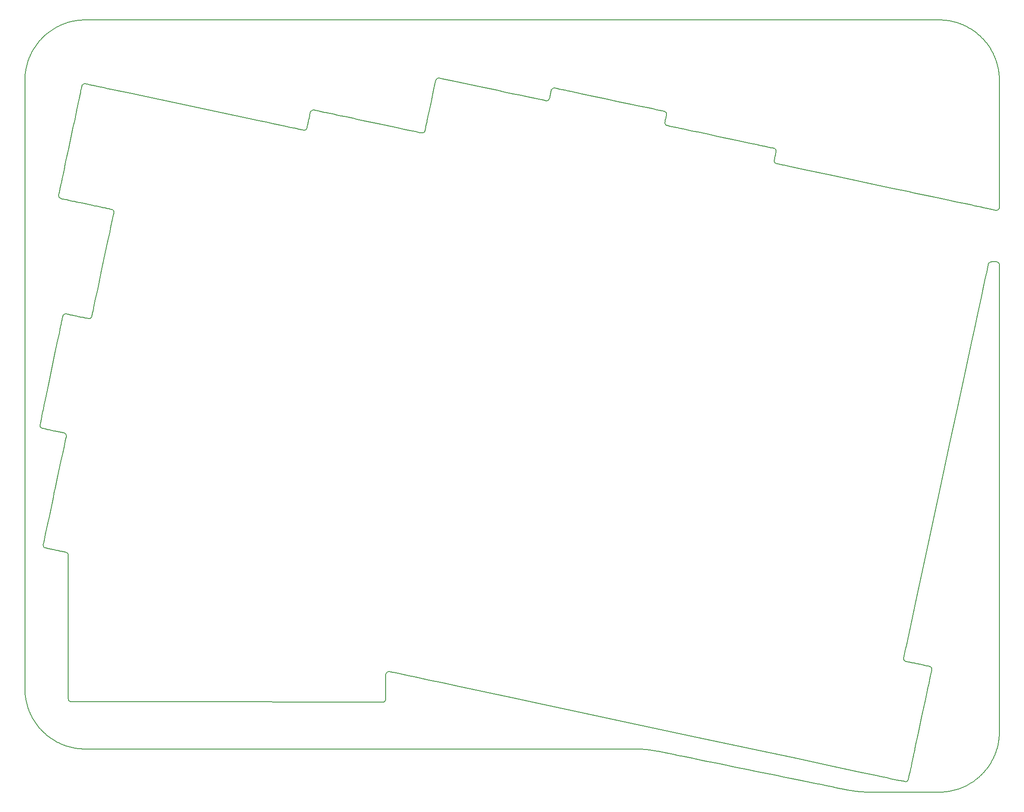
<source format=gbr>
G04 #@! TF.GenerationSoftware,KiCad,Pcbnew,(5.1.5-0-10_14)*
G04 #@! TF.CreationDate,2020-04-18T19:29:34+09:00*
G04 #@! TF.ProjectId,colice_left_topFrame,636f6c69-6365-45f6-9c65-66745f746f70,rev?*
G04 #@! TF.SameCoordinates,Original*
G04 #@! TF.FileFunction,Profile,NP*
%FSLAX46Y46*%
G04 Gerber Fmt 4.6, Leading zero omitted, Abs format (unit mm)*
G04 Created by KiCad (PCBNEW (5.1.5-0-10_14)) date 2020-04-18 19:29:34*
%MOMM*%
%LPD*%
G04 APERTURE LIST*
%ADD10C,0.200000*%
G04 APERTURE END LIST*
D10*
X205105000Y-61488627D02*
X205105000Y-153234161D01*
X138181075Y-157071266D02*
X138002911Y-157035611D01*
X138002911Y-157035611D02*
X137831378Y-157002628D01*
X137831378Y-157002628D02*
X137660780Y-156971125D01*
X137660780Y-156971125D02*
X137489979Y-156940877D01*
X137489979Y-156940877D02*
X137315539Y-156911315D01*
X137315539Y-156911315D02*
X137143199Y-156883425D01*
X137143199Y-156883425D02*
X136966077Y-156856117D01*
X136966077Y-156856117D02*
X136789918Y-156830316D01*
X136789918Y-156830316D02*
X136608972Y-156805220D01*
X136608972Y-156805220D02*
X136415157Y-156779920D01*
X136415157Y-156779920D02*
X136235008Y-156757857D01*
X136235008Y-156757857D02*
X136043142Y-156735900D01*
X136043142Y-156735900D02*
X135861524Y-156716574D01*
X135861524Y-156716574D02*
X135675127Y-156698213D01*
X135675127Y-156698213D02*
X135487433Y-156681223D01*
X135487433Y-156681223D02*
X135301923Y-156665911D01*
X135301923Y-156665911D02*
X135107008Y-156651402D01*
X135107008Y-156651402D02*
X134911968Y-156638502D01*
X134911968Y-156638502D02*
X134719140Y-156627335D01*
X134719140Y-156627335D02*
X134527373Y-156617796D01*
X134527373Y-156617796D02*
X134325046Y-156609418D01*
X134325046Y-156609418D02*
X134130775Y-156603005D01*
X134130775Y-156603005D02*
X133925958Y-156597970D01*
X133925958Y-156597970D02*
X133721071Y-156594707D01*
X133721071Y-156594707D02*
X133516127Y-156593218D01*
X133516127Y-156593218D02*
X133446251Y-156593116D01*
X117837405Y-26757595D02*
X117646415Y-26748384D01*
X117646415Y-26748384D02*
X117485702Y-26790493D01*
X117485702Y-26790493D02*
X117358126Y-26863737D01*
X117358126Y-26863737D02*
X117255500Y-26962263D01*
X117255500Y-26962263D02*
X117178051Y-27085426D01*
X117178051Y-27085426D02*
X117135218Y-27213498D01*
X139301565Y-31319758D02*
X138783199Y-31209586D01*
X138783199Y-31209586D02*
X138355233Y-31118625D01*
X138355233Y-31118625D02*
X137868035Y-31015074D01*
X137868035Y-31015074D02*
X137041808Y-30839462D01*
X137041808Y-30839462D02*
X135764667Y-30568005D01*
X135764667Y-30568005D02*
X134329571Y-30262973D01*
X134329571Y-30262973D02*
X132771620Y-29931827D01*
X132771620Y-29931827D02*
X130285512Y-29403398D01*
X130285512Y-29403398D02*
X127711645Y-28856313D01*
X127711645Y-28856313D02*
X126013277Y-28495321D01*
X126013277Y-28495321D02*
X124774600Y-28232038D01*
X124774600Y-28232038D02*
X123971483Y-28061335D01*
X123971483Y-28061335D02*
X123192497Y-27895762D01*
X123192497Y-27895762D02*
X122442029Y-27736252D01*
X122442029Y-27736252D02*
X121724467Y-27583736D01*
X121724467Y-27583736D02*
X121044197Y-27439147D01*
X121044197Y-27439147D02*
X120405608Y-27303419D01*
X120405608Y-27303419D02*
X119813087Y-27177484D01*
X119813087Y-27177484D02*
X119271022Y-27062275D01*
X119271022Y-27062275D02*
X118783800Y-26958724D01*
X118783800Y-26958724D02*
X118458968Y-26889688D01*
X118458968Y-26889688D02*
X118260603Y-26847530D01*
X118260603Y-26847530D02*
X118078417Y-26808812D01*
X118078417Y-26808812D02*
X117874816Y-26765544D01*
X117874816Y-26765544D02*
X117837405Y-26757595D01*
X139757783Y-32021942D02*
X139766876Y-31830278D01*
X139766876Y-31830278D02*
X139725119Y-31671061D01*
X139725119Y-31671061D02*
X139651990Y-31543375D01*
X139651990Y-31543375D02*
X139553552Y-31440606D01*
X139553552Y-31440606D02*
X139430479Y-31362981D01*
X139430479Y-31362981D02*
X139301565Y-31319758D01*
X201636368Y-16847424D02*
X201757381Y-16970210D01*
X201757381Y-16970210D02*
X201855939Y-17072902D01*
X201855939Y-17072902D02*
X201953145Y-17176649D01*
X201953145Y-17176649D02*
X202058199Y-17291637D01*
X202058199Y-17291637D02*
X202164629Y-17411299D01*
X202164629Y-17411299D02*
X202259668Y-17520967D01*
X202259668Y-17520967D02*
X202351803Y-17629930D01*
X202351803Y-17629930D02*
X202444695Y-17742546D01*
X202444695Y-17742546D02*
X202536108Y-17856194D01*
X202536108Y-17856194D02*
X202626039Y-17970864D01*
X202626039Y-17970864D02*
X202714480Y-18086536D01*
X202714480Y-18086536D02*
X202801425Y-18203195D01*
X202801425Y-18203195D02*
X202888851Y-18323598D01*
X202888851Y-18323598D02*
X202972749Y-18442213D01*
X202972749Y-18442213D02*
X203055768Y-18562709D01*
X203055768Y-18562709D02*
X203136619Y-18683202D01*
X203136619Y-18683202D02*
X203218393Y-18808412D01*
X203218393Y-18808412D02*
X203300940Y-18938417D01*
X203300940Y-18938417D02*
X203379396Y-19065549D01*
X203379396Y-19065549D02*
X203456206Y-19193602D01*
X203456206Y-19193602D02*
X203533049Y-19325498D01*
X203533049Y-19325498D02*
X203609260Y-19460296D01*
X203609260Y-19460296D02*
X203683138Y-19595036D01*
X203683138Y-19595036D02*
X203752619Y-19725676D01*
X203752619Y-19725676D02*
X203821469Y-19859153D01*
X203821469Y-19859153D02*
X203890100Y-19996501D01*
X203890100Y-19996501D02*
X203956931Y-20134700D01*
X203956931Y-20134700D02*
X204029487Y-20290142D01*
X204029487Y-20290142D02*
X204092484Y-20430082D01*
X204092484Y-20430082D02*
X204153658Y-20570815D01*
X204153658Y-20570815D02*
X204214721Y-20716499D01*
X204214721Y-20716499D02*
X204272587Y-20859836D01*
X204272587Y-20859836D02*
X204330993Y-21010252D01*
X204330993Y-21010252D02*
X204386189Y-21158284D01*
X204386189Y-21158284D02*
X204439410Y-21307057D01*
X204439410Y-21307057D02*
X204490652Y-21456554D01*
X204490652Y-21456554D02*
X204542660Y-21615357D01*
X204542660Y-21615357D02*
X204593425Y-21778168D01*
X204593425Y-21778168D02*
X204639971Y-21935228D01*
X204639971Y-21935228D02*
X204685254Y-22096248D01*
X204685254Y-22096248D02*
X204728275Y-22257962D01*
X204728275Y-22257962D02*
X204772230Y-22433537D01*
X204772230Y-22433537D02*
X204811519Y-22601032D01*
X204811519Y-22601032D02*
X204848155Y-22768070D01*
X204848155Y-22768070D02*
X204884359Y-22945740D01*
X204884359Y-22945740D02*
X204916456Y-23116262D01*
X204916456Y-23116262D02*
X204946624Y-23290728D01*
X204946624Y-23290728D02*
X204974877Y-23470268D01*
X204974877Y-23470268D02*
X204999783Y-23645873D01*
X204999783Y-23645873D02*
X205022616Y-23826530D01*
X205022616Y-23826530D02*
X205042687Y-24007709D01*
X205042687Y-24007709D02*
X205060379Y-24193925D01*
X205060379Y-24193925D02*
X205075467Y-24385182D01*
X205075467Y-24385182D02*
X205087468Y-24576915D01*
X205087468Y-24576915D02*
X205096368Y-24769088D01*
X205096368Y-24769088D02*
X205102254Y-24966257D01*
X205102254Y-24966257D02*
X205104858Y-25163812D01*
X205104858Y-25163812D02*
X205105000Y-25221312D01*
X193262456Y-13378802D02*
X193471595Y-13380643D01*
X193471595Y-13380643D02*
X193673440Y-13385923D01*
X193673440Y-13385923D02*
X193865704Y-13394158D01*
X193865704Y-13394158D02*
X194057531Y-13405494D01*
X194057531Y-13405494D02*
X194262547Y-13421071D01*
X194262547Y-13421071D02*
X194448836Y-13438337D01*
X194448836Y-13438337D02*
X194630088Y-13457989D01*
X194630088Y-13457989D02*
X194810824Y-13480408D01*
X194810824Y-13480408D02*
X194986515Y-13504916D01*
X194986515Y-13504916D02*
X195161661Y-13532028D01*
X195161661Y-13532028D02*
X195336232Y-13561733D01*
X195336232Y-13561733D02*
X195510203Y-13594020D01*
X195510203Y-13594020D02*
X195679107Y-13627950D01*
X195679107Y-13627950D02*
X195856228Y-13666291D01*
X195856228Y-13666291D02*
X196023827Y-13705197D01*
X196023827Y-13705197D02*
X196190752Y-13746511D01*
X196190752Y-13746511D02*
X196352610Y-13789042D01*
X196352610Y-13789042D02*
X196535510Y-13840065D01*
X196535510Y-13840065D02*
X196703443Y-13889713D01*
X196703443Y-13889713D02*
X196859805Y-13938382D01*
X196859805Y-13938382D02*
X197014370Y-13988837D01*
X197014370Y-13988837D02*
X197163926Y-14039911D01*
X197163926Y-14039911D02*
X197317006Y-14094508D01*
X197317006Y-14094508D02*
X197469299Y-14151192D01*
X197469299Y-14151192D02*
X197619737Y-14209542D01*
X197619737Y-14209542D02*
X197763099Y-14267357D01*
X197763099Y-14267357D02*
X197904654Y-14326592D01*
X197904654Y-14326592D02*
X198045435Y-14387658D01*
X198045435Y-14387658D02*
X198184395Y-14450076D01*
X198184395Y-14450076D02*
X198324600Y-14515253D01*
X198324600Y-14515253D02*
X198462944Y-14581764D01*
X198462944Y-14581764D02*
X198600443Y-14650078D01*
X198600443Y-14650078D02*
X198733071Y-14718096D01*
X198733071Y-14718096D02*
X198864867Y-14787796D01*
X198864867Y-14787796D02*
X199003721Y-14863551D01*
X199003721Y-14863551D02*
X199133749Y-14936696D01*
X199133749Y-14936696D02*
X199266793Y-15013795D01*
X199266793Y-15013795D02*
X199395010Y-15090304D01*
X199395010Y-15090304D02*
X199522312Y-15168462D01*
X199522312Y-15168462D02*
X199648680Y-15248258D01*
X199648680Y-15248258D02*
X199770311Y-15327197D01*
X199770311Y-15327197D02*
X199891973Y-15408299D01*
X199891973Y-15408299D02*
X200011765Y-15490301D01*
X200011765Y-15490301D02*
X200129692Y-15573162D01*
X200129692Y-15573162D02*
X200247597Y-15658179D01*
X200247597Y-15658179D02*
X200371809Y-15750158D01*
X200371809Y-15750158D02*
X200487699Y-15838271D01*
X200487699Y-15838271D02*
X200602589Y-15927875D01*
X200602589Y-15927875D02*
X200713805Y-16016816D01*
X200713805Y-16016816D02*
X200831938Y-16113724D01*
X200831938Y-16113724D02*
X200943709Y-16207798D01*
X200943709Y-16207798D02*
X201051839Y-16301084D01*
X201051839Y-16301084D02*
X201158090Y-16394999D01*
X201158090Y-16394999D02*
X201269223Y-16495698D01*
X201269223Y-16495698D02*
X201374188Y-16593199D01*
X201374188Y-16593199D02*
X201477257Y-16691276D01*
X201477257Y-16691276D02*
X201579259Y-16790701D01*
X201579259Y-16790701D02*
X201636368Y-16847424D01*
X25670484Y-13378802D02*
X193262456Y-13378802D01*
X17296572Y-16847424D02*
X17409464Y-16736011D01*
X17409464Y-16736011D02*
X17512039Y-16637325D01*
X17512039Y-16637325D02*
X17615674Y-16539988D01*
X17615674Y-16539988D02*
X17730540Y-16434788D01*
X17730540Y-16434788D02*
X17836349Y-16340301D01*
X17836349Y-16340301D02*
X17950103Y-16241221D01*
X17950103Y-16241221D02*
X18061496Y-16146631D01*
X18061496Y-16146631D02*
X18173059Y-16054229D01*
X18173059Y-16054229D02*
X18283860Y-15964703D01*
X18283860Y-15964703D02*
X18398331Y-15874495D01*
X18398331Y-15874495D02*
X18513811Y-15785774D01*
X18513811Y-15785774D02*
X18630284Y-15698549D01*
X18630284Y-15698549D02*
X18747732Y-15612826D01*
X18747732Y-15612826D02*
X18869857Y-15526002D01*
X18869857Y-15526002D02*
X18992988Y-15440789D01*
X18992988Y-15440789D02*
X19114279Y-15359076D01*
X19114279Y-15359076D02*
X19238401Y-15277679D01*
X19238401Y-15277679D02*
X19360589Y-15199701D01*
X19360589Y-15199701D02*
X19484625Y-15122671D01*
X19484625Y-15122671D02*
X19611492Y-15046051D01*
X19611492Y-15046051D02*
X19744143Y-14968230D01*
X19744143Y-14968230D02*
X19877742Y-14892166D01*
X19877742Y-14892166D02*
X20008298Y-14820033D01*
X20008298Y-14820033D02*
X20143707Y-14747462D01*
X20143707Y-14747462D02*
X20284028Y-14674616D01*
X20284028Y-14674616D02*
X20417177Y-14607673D01*
X20417177Y-14607673D02*
X20555205Y-14540470D01*
X20555205Y-14540470D02*
X20694068Y-14475072D01*
X20694068Y-14475072D02*
X20837873Y-14409645D01*
X20837873Y-14409645D02*
X20978378Y-14347935D01*
X20978378Y-14347935D02*
X21119667Y-14288053D01*
X21119667Y-14288053D02*
X21261717Y-14230005D01*
X21261717Y-14230005D02*
X21408725Y-14172175D01*
X21408725Y-14172175D02*
X21556501Y-14116305D01*
X21556501Y-14116305D02*
X21709282Y-14060895D01*
X21709282Y-14060895D02*
X21858558Y-14009028D01*
X21858558Y-14009028D02*
X22017137Y-13956359D01*
X22017137Y-13956359D02*
X22172167Y-13907252D01*
X22172167Y-13907252D02*
X22327905Y-13860265D01*
X22327905Y-13860265D02*
X22488684Y-13814191D01*
X22488684Y-13814191D02*
X22650162Y-13770373D01*
X22650162Y-13770373D02*
X22812318Y-13728824D01*
X22812318Y-13728824D02*
X22979534Y-13688521D01*
X22979534Y-13688521D02*
X23147414Y-13650632D01*
X23147414Y-13650632D02*
X23315937Y-13615165D01*
X23315937Y-13615165D02*
X23493988Y-13580463D01*
X23493988Y-13580463D02*
X23668213Y-13549234D01*
X23668213Y-13549234D02*
X23843027Y-13520591D01*
X23843027Y-13520591D02*
X24017278Y-13494704D01*
X24017278Y-13494704D02*
X24195447Y-13470967D01*
X24195447Y-13470967D02*
X24375269Y-13449796D01*
X24375269Y-13449796D02*
X24556723Y-13431250D01*
X24556723Y-13431250D02*
X24747759Y-13414770D01*
X24747759Y-13414770D02*
X24934722Y-13401656D01*
X24934722Y-13401656D02*
X25126691Y-13391277D01*
X25126691Y-13391277D02*
X25337427Y-13383477D01*
X25337427Y-13383477D02*
X25534836Y-13379576D01*
X25534836Y-13379576D02*
X25670484Y-13378802D01*
X13827940Y-25221312D02*
X13829623Y-25021350D01*
X13829623Y-25021350D02*
X13835061Y-24810321D01*
X13835061Y-24810321D02*
X13843530Y-24613487D01*
X13843530Y-24613487D02*
X13854862Y-24422807D01*
X13854862Y-24422807D02*
X13869061Y-24234866D01*
X13869061Y-24234866D02*
X13887019Y-24039465D01*
X13887019Y-24039465D02*
X13906602Y-23858199D01*
X13906602Y-23858199D02*
X13928953Y-23677450D01*
X13928953Y-23677450D02*
X13953394Y-23501746D01*
X13953394Y-23501746D02*
X13980440Y-23326588D01*
X13980440Y-23326588D02*
X14010078Y-23152001D01*
X14010078Y-23152001D02*
X14041441Y-22982470D01*
X14041441Y-22982470D02*
X14075242Y-22813534D01*
X14075242Y-22813534D02*
X14112460Y-22640798D01*
X14112460Y-22640798D02*
X14150128Y-22477551D01*
X14150128Y-22477551D02*
X14190078Y-22314941D01*
X14190078Y-22314941D02*
X14232301Y-22152989D01*
X14232301Y-22152989D02*
X14275559Y-21996072D01*
X14275559Y-21996072D02*
X14323536Y-21831163D01*
X14323536Y-21831163D02*
X14373881Y-21667026D01*
X14373881Y-21667026D02*
X14423397Y-21513333D01*
X14423397Y-21513333D02*
X14478677Y-21349698D01*
X14478677Y-21349698D02*
X14532868Y-21196470D01*
X14532868Y-21196470D02*
X14589148Y-21044021D01*
X14589148Y-21044021D02*
X14647510Y-20892378D01*
X14647510Y-20892378D02*
X14706233Y-20745733D01*
X14706233Y-20745733D02*
X14765146Y-20604043D01*
X14765146Y-20604043D02*
X14827703Y-20458992D01*
X14827703Y-20458992D02*
X14890324Y-20318887D01*
X14890324Y-20318887D02*
X14954765Y-20179589D01*
X14954765Y-20179589D02*
X15022987Y-20037060D01*
X15022987Y-20037060D02*
X15089569Y-19902488D01*
X15089569Y-19902488D02*
X15160985Y-19762725D01*
X15160985Y-19762725D02*
X15231068Y-19629859D01*
X15231068Y-19629859D02*
X15302303Y-19498840D01*
X15302303Y-19498840D02*
X15374649Y-19369670D01*
X15374649Y-19369670D02*
X15448631Y-19241366D01*
X15448631Y-19241366D02*
X15525415Y-19112009D01*
X15525415Y-19112009D02*
X15603272Y-18984540D01*
X15603272Y-18984540D02*
X15682162Y-18858956D01*
X15682162Y-18858956D02*
X15761423Y-18736204D01*
X15761423Y-18736204D02*
X15841604Y-18615311D01*
X15841604Y-18615311D02*
X15928467Y-18487871D01*
X15928467Y-18487871D02*
X16014413Y-18365190D01*
X16014413Y-18365190D02*
X16104644Y-18239852D01*
X16104644Y-18239852D02*
X16191120Y-18122886D01*
X16191120Y-18122886D02*
X16281868Y-18003295D01*
X16281868Y-18003295D02*
X16371379Y-17888344D01*
X16371379Y-17888344D02*
X16464528Y-17771748D01*
X16464528Y-17771748D02*
X16563599Y-17650966D01*
X16563599Y-17650966D02*
X16657685Y-17539201D01*
X16657685Y-17539201D02*
X16753238Y-17428499D01*
X16753238Y-17428499D02*
X16850252Y-17318874D01*
X16850252Y-17318874D02*
X16945620Y-17213715D01*
X16945620Y-17213715D02*
X17042347Y-17109596D01*
X17042347Y-17109596D02*
X17140424Y-17006529D01*
X17140424Y-17006529D02*
X17239849Y-16904526D01*
X17239849Y-16904526D02*
X17296572Y-16847424D01*
X13827940Y-144750606D02*
X13827940Y-25221312D01*
X25670484Y-156593116D02*
X25472061Y-156591483D01*
X25472061Y-156591483D02*
X25267304Y-156586379D01*
X25267304Y-156586379D02*
X25072882Y-156578298D01*
X25072882Y-156578298D02*
X24874570Y-156566791D01*
X24874570Y-156566791D02*
X24681833Y-156552435D01*
X24681833Y-156552435D02*
X24494634Y-156535475D01*
X24494634Y-156535475D02*
X24312934Y-156516155D01*
X24312934Y-156516155D02*
X24132060Y-156494104D01*
X24132060Y-156494104D02*
X23947434Y-156468678D01*
X23947434Y-156468678D02*
X23768307Y-156441165D01*
X23768307Y-156441165D02*
X23585513Y-156410178D01*
X23585513Y-156410178D02*
X23399148Y-156375531D01*
X23399148Y-156375531D02*
X23231852Y-156341778D01*
X23231852Y-156341778D02*
X23051959Y-156302651D01*
X23051959Y-156302651D02*
X22886475Y-156264044D01*
X22886475Y-156264044D02*
X22713021Y-156220858D01*
X22713021Y-156220858D02*
X22553809Y-156178736D01*
X22553809Y-156178736D02*
X22391099Y-156133209D01*
X22391099Y-156133209D02*
X22229339Y-156085433D01*
X22229339Y-156085433D02*
X22072884Y-156036806D01*
X22072884Y-156036806D02*
X21913057Y-155984643D01*
X21913057Y-155984643D02*
X21762795Y-155933277D01*
X21762795Y-155933277D02*
X21613451Y-155879964D01*
X21613451Y-155879964D02*
X21465034Y-155824714D01*
X21465034Y-155824714D02*
X21313364Y-155765883D01*
X21313364Y-155765883D02*
X21166882Y-155706755D01*
X21166882Y-155706755D02*
X21025523Y-155647509D01*
X21025523Y-155647509D02*
X20880979Y-155584671D01*
X20880979Y-155584671D02*
X20733359Y-155518099D01*
X20733359Y-155518099D02*
X20586819Y-155449578D01*
X20586819Y-155449578D02*
X20437353Y-155377139D01*
X20437353Y-155377139D02*
X20297050Y-155306751D01*
X20297050Y-155306751D02*
X20145932Y-155228298D01*
X20145932Y-155228298D02*
X20011806Y-155156324D01*
X20011806Y-155156324D02*
X19878716Y-155082683D01*
X19878716Y-155082683D02*
X19750548Y-155009630D01*
X19750548Y-155009630D02*
X19619547Y-154932749D01*
X19619547Y-154932749D02*
X19489626Y-154854243D01*
X19489626Y-154854243D02*
X19360800Y-154774129D01*
X19360800Y-154774129D02*
X19233080Y-154692417D01*
X19233080Y-154692417D02*
X19099072Y-154604176D01*
X19099072Y-154604176D02*
X18966335Y-154514175D01*
X18966335Y-154514175D02*
X18838525Y-154425005D01*
X18838525Y-154425005D02*
X18719148Y-154339438D01*
X18719148Y-154339438D02*
X18593752Y-154247118D01*
X18593752Y-154247118D02*
X18466091Y-154150487D01*
X18466091Y-154150487D02*
X18350259Y-154060436D01*
X18350259Y-154060436D02*
X18225209Y-153960606D01*
X18225209Y-153960606D02*
X18115218Y-153870489D01*
X18115218Y-153870489D02*
X18006332Y-153779080D01*
X18006332Y-153779080D02*
X17898565Y-153686397D01*
X17898565Y-153686397D02*
X17791928Y-153592448D01*
X17791928Y-153592448D02*
X17686435Y-153497246D01*
X17686435Y-153497246D02*
X17572372Y-153391698D01*
X17572372Y-153391698D02*
X17469306Y-153293909D01*
X17469306Y-153293909D02*
X17367418Y-153194904D01*
X17367418Y-153194904D02*
X17266720Y-153094693D01*
X17266720Y-153094693D02*
X17167222Y-152993285D01*
X17167222Y-152993285D02*
X17065884Y-152887472D01*
X17065884Y-152887472D02*
X16956821Y-152770619D01*
X16956821Y-152770619D02*
X16861191Y-152665521D01*
X16861191Y-152665521D02*
X16766810Y-152559276D01*
X16766810Y-152559276D02*
X16670801Y-152448523D01*
X16670801Y-152448523D02*
X16578993Y-152339988D01*
X16578993Y-152339988D02*
X16488472Y-152230340D01*
X16488472Y-152230340D02*
X16396476Y-152116115D01*
X16396476Y-152116115D02*
X16300426Y-151993706D01*
X16300426Y-151993706D02*
X16211313Y-151877113D01*
X16211313Y-151877113D02*
X16120983Y-151755807D01*
X16120983Y-151755807D02*
X16032172Y-151633315D01*
X16032172Y-151633315D02*
X15944893Y-151509652D01*
X15944893Y-151509652D02*
X15861660Y-151388519D01*
X15861660Y-151388519D02*
X15779895Y-151266308D01*
X15779895Y-151266308D02*
X15699614Y-151143031D01*
X15699614Y-151143031D02*
X15618464Y-151014920D01*
X15618464Y-151014920D02*
X15541233Y-150889523D01*
X15541233Y-150889523D02*
X15463249Y-150759249D01*
X15463249Y-150759249D02*
X15389120Y-150631781D01*
X15389120Y-150631781D02*
X15316536Y-150503312D01*
X15316536Y-150503312D02*
X15241259Y-150365979D01*
X15241259Y-150365979D02*
X15167749Y-150227548D01*
X15167749Y-150227548D02*
X15098051Y-150092039D01*
X15098051Y-150092039D02*
X15028078Y-149951496D01*
X15028078Y-149951496D02*
X14959916Y-149809900D01*
X14959916Y-149809900D02*
X14895457Y-149671359D01*
X14895457Y-149671359D02*
X14830921Y-149527738D01*
X14830921Y-149527738D02*
X14768244Y-149383112D01*
X14768244Y-149383112D02*
X14709152Y-149241669D01*
X14709152Y-149241669D02*
X14646875Y-149086700D01*
X14646875Y-149086700D02*
X14588324Y-148934891D01*
X14588324Y-148934891D02*
X14530267Y-148777824D01*
X14530267Y-148777824D02*
X14477340Y-148628293D01*
X14477340Y-148628293D02*
X14424940Y-148473539D01*
X14424940Y-148473539D02*
X14373256Y-148313500D01*
X14373256Y-148313500D02*
X14325096Y-148156838D01*
X14325096Y-148156838D02*
X14277805Y-147994874D01*
X14277805Y-147994874D02*
X14232765Y-147831959D01*
X14232765Y-147831959D02*
X14191125Y-147672555D01*
X14191125Y-147672555D02*
X14150585Y-147507822D01*
X14150585Y-147507822D02*
X14111352Y-147337705D01*
X14111352Y-147337705D02*
X14074574Y-147166665D01*
X14074574Y-147166665D02*
X14041136Y-146999254D01*
X14041136Y-146999254D02*
X14008449Y-146821885D01*
X14008449Y-146821885D02*
X13979144Y-146648185D01*
X13979144Y-146648185D02*
X13951700Y-146469036D01*
X13951700Y-146469036D02*
X13926343Y-146284387D01*
X13926343Y-146284387D02*
X13904366Y-146103496D01*
X13904366Y-146103496D02*
X13885115Y-145921775D01*
X13885115Y-145921775D02*
X13867842Y-145729865D01*
X13867842Y-145729865D02*
X13853634Y-145537085D01*
X13853634Y-145537085D02*
X13842519Y-145343466D01*
X13842519Y-145343466D02*
X13834355Y-145144273D01*
X13834355Y-145144273D02*
X13829565Y-144949019D01*
X13829565Y-144949019D02*
X13827940Y-144750606D01*
X133446251Y-156593116D02*
X25670484Y-156593116D01*
X204513108Y-60896423D02*
X204687781Y-60922634D01*
X204687781Y-60922634D02*
X204825682Y-60985649D01*
X204825682Y-60985649D02*
X204936905Y-61075223D01*
X204936905Y-61075223D02*
X205023639Y-61188800D01*
X205023639Y-61188800D02*
X205083401Y-61329557D01*
X205083401Y-61329557D02*
X205105000Y-61488627D01*
X203519519Y-60896423D02*
X204513108Y-60896423D01*
X202940473Y-61364233D02*
X202993358Y-61216560D01*
X202993358Y-61216560D02*
X203075050Y-61097148D01*
X203075050Y-61097148D02*
X203180771Y-61002815D01*
X203180771Y-61002815D02*
X203313076Y-60933482D01*
X203313076Y-60933482D02*
X203478102Y-60897855D01*
X203478102Y-60897855D02*
X203519519Y-60896423D01*
X186317045Y-138680360D02*
X186391623Y-138333489D01*
X186391623Y-138333489D02*
X186598958Y-137369160D01*
X186598958Y-137369160D02*
X186872003Y-136099216D01*
X186872003Y-136099216D02*
X187206198Y-134544870D01*
X187206198Y-134544870D02*
X187805949Y-131755420D01*
X187805949Y-131755420D02*
X188786501Y-127194866D01*
X188786501Y-127194866D02*
X190537141Y-119052635D01*
X190537141Y-119052635D02*
X193254310Y-106415070D01*
X193254310Y-106415070D02*
X195396985Y-96449467D01*
X195396985Y-96449467D02*
X196805211Y-89899781D01*
X196805211Y-89899781D02*
X198157011Y-83612533D01*
X198157011Y-83612533D02*
X199108121Y-79188890D01*
X199108121Y-79188890D02*
X199707491Y-76401191D01*
X199707491Y-76401191D02*
X200272231Y-73774559D01*
X200272231Y-73774559D02*
X200797778Y-71330206D01*
X200797778Y-71330206D02*
X201279571Y-69089347D01*
X201279571Y-69089347D02*
X201607843Y-67562524D01*
X201607843Y-67562524D02*
X201811649Y-66614602D01*
X201811649Y-66614602D02*
X202093655Y-65302960D01*
X202093655Y-65302960D02*
X202339763Y-64158273D01*
X202339763Y-64158273D02*
X202486133Y-63477482D01*
X202486133Y-63477482D02*
X202616719Y-62870103D01*
X202616719Y-62870103D02*
X202730950Y-62338786D01*
X202730950Y-62338786D02*
X202828256Y-61886185D01*
X202828256Y-61886185D02*
X202908069Y-61514952D01*
X202908069Y-61514952D02*
X202940473Y-61364233D01*
X186399139Y-139126863D02*
X186333975Y-138991108D01*
X186333975Y-138991108D02*
X186304083Y-138819172D01*
X186304083Y-138819172D02*
X186317045Y-138680360D01*
X186772949Y-139384111D02*
X186625285Y-139331537D01*
X186625285Y-139331537D02*
X186505856Y-139250254D01*
X186505856Y-139250254D02*
X186410825Y-139144210D01*
X186410825Y-139144210D02*
X186399139Y-139126863D01*
X191366458Y-140360464D02*
X191086051Y-140300844D01*
X191086051Y-140300844D02*
X190766251Y-140232855D01*
X190766251Y-140232855D02*
X190486115Y-140173300D01*
X190486115Y-140173300D02*
X190189025Y-140110143D01*
X190189025Y-140110143D02*
X189878745Y-140044184D01*
X189878745Y-140044184D02*
X189559042Y-139976225D01*
X189559042Y-139976225D02*
X189355985Y-139933061D01*
X189355985Y-139933061D02*
X189151868Y-139889675D01*
X189151868Y-139889675D02*
X188906426Y-139837505D01*
X188906426Y-139837505D02*
X188581042Y-139768345D01*
X188581042Y-139768345D02*
X188340762Y-139717275D01*
X188340762Y-139717275D02*
X188027831Y-139650766D01*
X188027831Y-139650766D02*
X187727125Y-139586859D01*
X187727125Y-139586859D02*
X187373525Y-139511716D01*
X187373525Y-139511716D02*
X187177451Y-139470052D01*
X187177451Y-139470052D02*
X186964987Y-139424908D01*
X186964987Y-139424908D02*
X186772949Y-139384111D01*
X17897551Y-117106594D02*
X18149701Y-117160210D01*
X18149701Y-117160210D02*
X18433252Y-117220499D01*
X18433252Y-117220499D02*
X18616838Y-117259531D01*
X18616838Y-117259531D02*
X18872935Y-117313978D01*
X18872935Y-117313978D02*
X19038761Y-117349230D01*
X19038761Y-117349230D02*
X19242153Y-117392468D01*
X19242153Y-117392468D02*
X19414462Y-117429097D01*
X19414462Y-117429097D02*
X19763713Y-117503333D01*
X19763713Y-117503333D02*
X19974140Y-117548059D01*
X19974140Y-117548059D02*
X20252922Y-117607309D01*
X20252922Y-117607309D02*
X20526808Y-117665515D01*
X20526808Y-117665515D02*
X20792654Y-117722007D01*
X20792654Y-117722007D02*
X21016092Y-117769483D01*
X21016092Y-117769483D02*
X21287644Y-117827174D01*
X21287644Y-117827174D02*
X21510501Y-117874511D01*
X21510501Y-117874511D02*
X21712738Y-117917460D01*
X21712738Y-117917460D02*
X21848722Y-117946332D01*
X17524055Y-116849972D02*
X17615281Y-116959077D01*
X17615281Y-116959077D02*
X17731948Y-117044458D01*
X17731948Y-117044458D02*
X17876492Y-117101728D01*
X17876492Y-117101728D02*
X17897551Y-117106594D01*
X17441334Y-116404409D02*
X17432507Y-116596487D01*
X17432507Y-116596487D02*
X17474049Y-116755111D01*
X17474049Y-116755111D02*
X17524055Y-116849972D01*
X21946483Y-95208525D02*
X21895702Y-95447492D01*
X21895702Y-95447492D02*
X21837314Y-95722249D01*
X21837314Y-95722249D02*
X21747307Y-96145784D01*
X21747307Y-96145784D02*
X21644913Y-96627590D01*
X21644913Y-96627590D02*
X21531050Y-97163349D01*
X21531050Y-97163349D02*
X21438369Y-97599429D01*
X21438369Y-97599429D02*
X21373696Y-97903728D01*
X21373696Y-97903728D02*
X21272587Y-98379464D01*
X21272587Y-98379464D02*
X21129822Y-99051188D01*
X21129822Y-99051188D02*
X20979257Y-99759600D01*
X20979257Y-99759600D02*
X20821810Y-100500384D01*
X20821810Y-100500384D02*
X20575317Y-101660119D01*
X20575317Y-101660119D02*
X20230142Y-103284127D01*
X20230142Y-103284127D02*
X19963459Y-104538820D01*
X19963459Y-104538820D02*
X19783989Y-105383197D01*
X19783989Y-105383197D02*
X19649040Y-106018099D01*
X19649040Y-106018099D02*
X19559131Y-106441096D01*
X19559131Y-106441096D02*
X19424584Y-107074108D01*
X19424584Y-107074108D02*
X19157895Y-108328802D01*
X19157895Y-108328802D02*
X18898086Y-109551124D01*
X18898086Y-109551124D02*
X18729619Y-110343703D01*
X18729619Y-110343703D02*
X18566197Y-111112544D01*
X18566197Y-111112544D02*
X18408739Y-111853329D01*
X18408739Y-111853329D02*
X18184704Y-112907315D01*
X18184704Y-112907315D02*
X18014253Y-113709200D01*
X18014253Y-113709200D02*
X17949570Y-114013499D01*
X17949570Y-114013499D02*
X17856875Y-114449580D01*
X17856875Y-114449580D02*
X17742990Y-114985340D01*
X17742990Y-114985340D02*
X17640573Y-115467146D01*
X17640573Y-115467146D02*
X17550541Y-115890681D01*
X17550541Y-115890681D02*
X17473811Y-116251630D01*
X17473811Y-116251630D02*
X17441334Y-116404409D01*
X21864075Y-94762962D02*
X21929307Y-94898543D01*
X21929307Y-94898543D02*
X21959332Y-95068689D01*
X21959332Y-95068689D02*
X21946483Y-95208525D01*
X21490578Y-94506341D02*
X21638914Y-94559276D01*
X21638914Y-94559276D02*
X21759400Y-94641670D01*
X21759400Y-94641670D02*
X21854610Y-94748847D01*
X21854610Y-94748847D02*
X21864075Y-94762962D01*
X31281083Y-51293634D02*
X31194607Y-51700448D01*
X31194607Y-51700448D02*
X31154268Y-51890233D01*
X31154268Y-51890233D02*
X31041898Y-52418901D01*
X31041898Y-52418901D02*
X30823066Y-53448439D01*
X30823066Y-53448439D02*
X30632483Y-54345079D01*
X30632483Y-54345079D02*
X30495742Y-54988417D01*
X30495742Y-54988417D02*
X30277835Y-56013626D01*
X30277835Y-56013626D02*
X29965314Y-57483971D01*
X29965314Y-57483971D02*
X29467041Y-59828262D01*
X29467041Y-59828262D02*
X28779541Y-63062823D01*
X28779541Y-63062823D02*
X28119802Y-66166775D01*
X28119802Y-66166775D02*
X27680517Y-68233519D01*
X27680517Y-68233519D02*
X27423516Y-69442645D01*
X27423516Y-69442645D02*
X27204685Y-70472182D01*
X27204685Y-70472182D02*
X27092313Y-71000850D01*
X27092313Y-71000850D02*
X27051974Y-71190634D01*
X27051974Y-71190634D02*
X26997077Y-71448909D01*
X26997077Y-71448909D02*
X26965503Y-71597453D01*
X30825179Y-50591136D02*
X30972882Y-50643652D01*
X30972882Y-50643652D02*
X31092146Y-50724884D01*
X31092146Y-50724884D02*
X31186809Y-50830608D01*
X31186809Y-50830608D02*
X31256093Y-50961774D01*
X31256093Y-50961774D02*
X31292511Y-51126273D01*
X31292511Y-51126273D02*
X31281083Y-51293634D01*
X20921246Y-48486149D02*
X21215542Y-48548681D01*
X21215542Y-48548681D02*
X21440447Y-48596474D01*
X21440447Y-48596474D02*
X21623363Y-48635346D01*
X21623363Y-48635346D02*
X21950645Y-48704901D01*
X21950645Y-48704901D02*
X22232880Y-48764884D01*
X22232880Y-48764884D02*
X22455639Y-48812228D01*
X22455639Y-48812228D02*
X22843977Y-48894767D01*
X22843977Y-48894767D02*
X23169782Y-48964015D01*
X23169782Y-48964015D02*
X23507051Y-49035700D01*
X23507051Y-49035700D02*
X24030156Y-49146888D01*
X24030156Y-49146888D02*
X25123759Y-49379339D01*
X25123759Y-49379339D02*
X26247937Y-49618291D01*
X26247937Y-49618291D02*
X26991273Y-49776292D01*
X26991273Y-49776292D02*
X27536544Y-49892192D01*
X27536544Y-49892192D02*
X27892159Y-49967779D01*
X27892159Y-49967779D02*
X28239367Y-50041579D01*
X28239367Y-50041579D02*
X28576638Y-50113265D01*
X28576638Y-50113265D02*
X28902443Y-50182513D01*
X28902443Y-50182513D02*
X29137910Y-50232560D01*
X29137910Y-50232560D02*
X29513540Y-50312395D01*
X29513540Y-50312395D02*
X29795776Y-50372379D01*
X29795776Y-50372379D02*
X30060430Y-50428625D01*
X30060430Y-50428625D02*
X30245829Y-50468025D01*
X30245829Y-50468025D02*
X30530879Y-50528600D01*
X30530879Y-50528600D02*
X30733619Y-50571681D01*
X30733619Y-50571681D02*
X30825179Y-50591136D01*
X20465342Y-47783965D02*
X20456146Y-47974831D01*
X20456146Y-47974831D02*
X20497980Y-48134838D01*
X20497980Y-48134838D02*
X20571609Y-48263234D01*
X20571609Y-48263234D02*
X20670147Y-48365858D01*
X20670147Y-48365858D02*
X20793270Y-48443308D01*
X20793270Y-48443308D02*
X20921246Y-48486149D01*
X161017648Y-41347743D02*
X160951552Y-41209069D01*
X160951552Y-41209069D02*
X160922467Y-41037542D01*
X160922467Y-41037542D02*
X160935241Y-40902180D01*
X205105000Y-50165000D02*
X205105000Y-50165000D01*
X205105000Y-25221312D02*
X205105000Y-50165000D01*
X25014358Y-26381906D02*
X24963240Y-26622450D01*
X24963240Y-26622450D02*
X24924607Y-26804242D01*
X24924607Y-26804242D02*
X24882547Y-27002152D01*
X24882547Y-27002152D02*
X24813679Y-27326198D01*
X24813679Y-27326198D02*
X24736971Y-27687123D01*
X24736971Y-27687123D02*
X24682367Y-27944039D01*
X24682367Y-27944039D02*
X24595495Y-28352770D01*
X24595495Y-28352770D02*
X24501944Y-28792915D01*
X24501944Y-28792915D02*
X24436655Y-29100096D01*
X24436655Y-29100096D02*
X24368984Y-29418477D01*
X24368984Y-29418477D02*
X24299048Y-29747511D01*
X24299048Y-29747511D02*
X24190398Y-30258684D01*
X24190398Y-30258684D02*
X24038329Y-30974120D01*
X24038329Y-30974120D02*
X23919457Y-31533370D01*
X23919457Y-31533370D02*
X23838371Y-31914855D01*
X23838371Y-31914855D02*
X23630281Y-32893835D01*
X23630281Y-32893835D02*
X23281542Y-34534508D01*
X23281542Y-34534508D02*
X22921653Y-36227631D01*
X22921653Y-36227631D02*
X22376242Y-38793538D01*
X22376242Y-38793538D02*
X21935670Y-40866231D01*
X21935670Y-40866231D02*
X21765481Y-41666899D01*
X21765481Y-41666899D02*
X21519260Y-42825286D01*
X21519260Y-42825286D02*
X21289298Y-43907182D01*
X21289298Y-43907182D02*
X21145128Y-44585466D01*
X21145128Y-44585466D02*
X21009786Y-45222228D01*
X21009786Y-45222228D02*
X20884201Y-45813096D01*
X20884201Y-45813096D02*
X20797329Y-46221827D01*
X20797329Y-46221827D02*
X20742724Y-46478743D01*
X20742724Y-46478743D02*
X20691082Y-46721727D01*
X20691082Y-46721727D02*
X20642518Y-46950233D01*
X20642518Y-46950233D02*
X20597148Y-47163714D01*
X20597148Y-47163714D02*
X20545213Y-47408097D01*
X20545213Y-47408097D02*
X20481367Y-47708547D01*
X20481367Y-47708547D02*
X20465342Y-47783965D01*
X22317786Y-118525376D02*
X22318160Y-119117303D01*
X22318160Y-119117303D02*
X22318401Y-119497944D01*
X22318401Y-119497944D02*
X22318578Y-119777501D01*
X22318578Y-119777501D02*
X22318867Y-120233947D01*
X22318867Y-120233947D02*
X22320005Y-122035187D01*
X22320005Y-122035187D02*
X22322376Y-125794028D01*
X22322376Y-125794028D02*
X22325143Y-130178215D01*
X22325143Y-130178215D02*
X22326960Y-133054265D01*
X22326960Y-133054265D02*
X22327685Y-134203080D01*
X22327685Y-134203080D02*
X22328766Y-135910696D01*
X22328766Y-135910696D02*
X22330164Y-138119488D01*
X22330164Y-138119488D02*
X22331160Y-139693363D01*
X22331160Y-139693363D02*
X22331798Y-140696280D01*
X22331798Y-140696280D02*
X22332405Y-141652691D01*
X22332405Y-141652691D02*
X22332980Y-142556254D01*
X22332980Y-142556254D02*
X22333518Y-143400631D01*
X22333518Y-143400631D02*
X22334016Y-144179481D01*
X22334016Y-144179481D02*
X22334469Y-144886464D01*
X22334469Y-144886464D02*
X22334774Y-145363132D01*
X22334774Y-145363132D02*
X22334965Y-145656781D01*
X22334965Y-145656781D02*
X22335141Y-145928896D01*
X22335141Y-145928896D02*
X22335341Y-146236822D01*
X22335341Y-146236822D02*
X22335585Y-146608118D01*
X22335585Y-146608118D02*
X22335646Y-146699239D01*
X21848722Y-117946332D02*
X21997122Y-117999341D01*
X21997122Y-117999341D02*
X22116685Y-118081073D01*
X22116685Y-118081073D02*
X22211719Y-118187668D01*
X22211719Y-118187668D02*
X22280561Y-118319120D01*
X22280561Y-118319120D02*
X22316382Y-118485125D01*
X22316382Y-118485125D02*
X22317786Y-118525376D01*
X116799949Y-28790515D02*
X116747393Y-28938449D01*
X116747393Y-28938449D02*
X116666415Y-29057529D01*
X116666415Y-29057529D02*
X116560617Y-29152412D01*
X116560617Y-29152412D02*
X116429523Y-29221728D01*
X116429523Y-29221728D02*
X116262359Y-29258357D01*
X116262359Y-29258357D02*
X116097762Y-29246731D01*
X117135218Y-27213498D02*
X117076178Y-27491225D01*
X117076178Y-27491225D02*
X117033658Y-27691226D01*
X117033658Y-27691226D02*
X116989760Y-27897693D01*
X116989760Y-27897693D02*
X116945404Y-28106316D01*
X116945404Y-28106316D02*
X116901506Y-28312784D01*
X116901506Y-28312784D02*
X116848756Y-28560899D01*
X116848756Y-28560899D02*
X116809277Y-28746621D01*
X116809277Y-28746621D02*
X116799949Y-28790515D01*
X17254898Y-93606128D02*
X17489217Y-93655900D01*
X17489217Y-93655900D02*
X17813542Y-93724803D01*
X17813542Y-93724803D02*
X18072130Y-93779744D01*
X18072130Y-93779744D02*
X18345588Y-93837848D01*
X18345588Y-93837848D02*
X18522955Y-93875535D01*
X18522955Y-93875535D02*
X18703527Y-93913907D01*
X18703527Y-93913907D02*
X18887122Y-93952921D01*
X18887122Y-93952921D02*
X19222183Y-94024127D01*
X19222183Y-94024127D02*
X19522119Y-94087871D01*
X19522119Y-94087871D02*
X19746051Y-94135464D01*
X19746051Y-94135464D02*
X20004294Y-94190351D01*
X20004294Y-94190351D02*
X20185696Y-94228909D01*
X20185696Y-94228909D02*
X20468158Y-94288952D01*
X20468158Y-94288952D02*
X20638516Y-94325167D01*
X20638516Y-94325167D02*
X20867646Y-94373878D01*
X20867646Y-94373878D02*
X21083252Y-94419720D01*
X21083252Y-94419720D02*
X21337788Y-94473846D01*
X21337788Y-94473846D02*
X21490578Y-94506341D01*
X16798368Y-92905510D02*
X16789835Y-93097778D01*
X16789835Y-93097778D02*
X16832054Y-93256552D01*
X16832054Y-93256552D02*
X16906508Y-93385198D01*
X16906508Y-93385198D02*
X17006066Y-93487806D01*
X17006066Y-93487806D02*
X17130367Y-93564898D01*
X17130367Y-93564898D02*
X17254898Y-93606128D01*
X21255889Y-71596512D02*
X21205631Y-71836698D01*
X21205631Y-71836698D02*
X21167672Y-72018120D01*
X21167672Y-72018120D02*
X21115425Y-72267839D01*
X21115425Y-72267839D02*
X21058750Y-72538734D01*
X21058750Y-72538734D02*
X20983470Y-72898556D01*
X20983470Y-72898556D02*
X20929897Y-73154636D01*
X20929897Y-73154636D02*
X20873541Y-73424017D01*
X20873541Y-73424017D02*
X20814516Y-73706157D01*
X20814516Y-73706157D02*
X20721524Y-74150677D01*
X20721524Y-74150677D02*
X20588828Y-74784991D01*
X20588828Y-74784991D02*
X20447503Y-75460561D01*
X20447503Y-75460561D02*
X20222120Y-76537966D01*
X20222120Y-76537966D02*
X19980845Y-77691352D01*
X19980845Y-77691352D02*
X19814095Y-78488491D01*
X19814095Y-78488491D02*
X19643261Y-79305158D01*
X19643261Y-79305158D02*
X19469251Y-80137008D01*
X19469251Y-80137008D02*
X19204387Y-81403203D01*
X19204387Y-81403203D02*
X18937264Y-82680194D01*
X18937264Y-82680194D02*
X18759645Y-83529315D01*
X18759645Y-83529315D02*
X18583395Y-84371890D01*
X18583395Y-84371890D02*
X18409424Y-85203575D01*
X18409424Y-85203575D02*
X18154161Y-86423893D01*
X18154161Y-86423893D02*
X17910275Y-87589820D01*
X17910275Y-87589820D02*
X17754511Y-88334481D01*
X17754511Y-88334481D02*
X17605568Y-89046520D01*
X17605568Y-89046520D02*
X17464359Y-89721594D01*
X17464359Y-89721594D02*
X17267783Y-90661366D01*
X17267783Y-90661366D02*
X17042669Y-91737571D01*
X17042669Y-91737571D02*
X16864847Y-92587689D01*
X16864847Y-92587689D02*
X16798368Y-92905510D01*
X21512198Y-71221451D02*
X21402956Y-71313103D01*
X21402956Y-71313103D02*
X21318356Y-71429160D01*
X21318356Y-71429160D02*
X21261150Y-71573620D01*
X21261150Y-71573620D02*
X21255889Y-71596512D01*
X21958389Y-71138416D02*
X21767283Y-71129456D01*
X21767283Y-71129456D02*
X21608356Y-71170753D01*
X21608356Y-71170753D02*
X21512198Y-71221451D01*
X26263003Y-72053355D02*
X25940233Y-71984738D01*
X25940233Y-71984738D02*
X25696102Y-71932844D01*
X25696102Y-71932844D02*
X25433354Y-71876995D01*
X25433354Y-71876995D02*
X25155372Y-71817910D01*
X25155372Y-71817910D02*
X24865536Y-71756308D01*
X24865536Y-71756308D02*
X24416382Y-71660846D01*
X24416382Y-71660846D02*
X23806169Y-71531154D01*
X23806169Y-71531154D02*
X23356913Y-71435671D01*
X23356913Y-71435671D02*
X23066967Y-71374047D01*
X23066967Y-71374047D02*
X22788838Y-71314934D01*
X22788838Y-71314934D02*
X22590584Y-71272795D01*
X22590584Y-71272795D02*
X22281556Y-71207110D01*
X22281556Y-71207110D02*
X22113285Y-71171342D01*
X22113285Y-71171342D02*
X21958389Y-71138416D01*
X26965503Y-71597453D02*
X26912977Y-71745156D01*
X26912977Y-71745156D02*
X26831893Y-71864252D01*
X26831893Y-71864252D02*
X26726024Y-71959081D01*
X26726024Y-71959081D02*
X26594856Y-72028365D01*
X26594856Y-72028365D02*
X26430810Y-72064750D01*
X26430810Y-72064750D02*
X26263003Y-72053355D01*
X160822753Y-38583185D02*
X160585999Y-38532869D01*
X160585999Y-38532869D02*
X160314080Y-38475079D01*
X160314080Y-38475079D02*
X159895328Y-38386080D01*
X159895328Y-38386080D02*
X159541768Y-38310934D01*
X159541768Y-38310934D02*
X159290247Y-38257475D01*
X159290247Y-38257475D02*
X158890303Y-38172469D01*
X158890303Y-38172469D02*
X158312511Y-38049660D01*
X158312511Y-38049660D02*
X157368424Y-37848995D01*
X157368424Y-37848995D02*
X156328914Y-37628045D01*
X156328914Y-37628045D02*
X155598444Y-37472779D01*
X155598444Y-37472779D02*
X154840407Y-37311655D01*
X154840407Y-37311655D02*
X154059045Y-37145572D01*
X154059045Y-37145572D02*
X152854134Y-36889460D01*
X152854134Y-36889460D02*
X151202349Y-36538362D01*
X151202349Y-36538362D02*
X149533597Y-36183656D01*
X149533597Y-36183656D02*
X147881810Y-35832556D01*
X147881810Y-35832556D02*
X146676899Y-35576443D01*
X146676899Y-35576443D02*
X145895537Y-35410360D01*
X145895537Y-35410360D02*
X145137501Y-35249236D01*
X145137501Y-35249236D02*
X144407032Y-35093972D01*
X144407032Y-35093972D02*
X143708370Y-34945470D01*
X143708370Y-34945470D02*
X143045757Y-34804631D01*
X143045757Y-34804631D02*
X142423435Y-34672356D01*
X142423435Y-34672356D02*
X141845644Y-34549549D01*
X141845644Y-34549549D02*
X141316625Y-34437109D01*
X141316625Y-34437109D02*
X140956174Y-34360498D01*
X140956174Y-34360498D02*
X140732220Y-34312899D01*
X140732220Y-34312899D02*
X140421868Y-34246939D01*
X140421868Y-34246939D02*
X140149949Y-34189149D01*
X140149949Y-34189149D02*
X139913198Y-34138836D01*
X161278971Y-39285683D02*
X161288116Y-39094315D01*
X161288116Y-39094315D02*
X161246479Y-38934976D01*
X161246479Y-38934976D02*
X161173711Y-38807544D01*
X161173711Y-38807544D02*
X161074740Y-38704041D01*
X161074740Y-38704041D02*
X160951667Y-38626408D01*
X160951667Y-38626408D02*
X160822753Y-38583185D01*
X84671388Y-146784153D02*
X84671388Y-141969128D01*
X84497800Y-147203082D02*
X84586180Y-147090383D01*
X84586180Y-147090383D02*
X84647501Y-146950834D01*
X84647501Y-146950834D02*
X84671388Y-146784153D01*
X84078556Y-147376356D02*
X84253672Y-147350135D01*
X84253672Y-147350135D02*
X84391793Y-147287191D01*
X84391793Y-147287191D02*
X84497800Y-147203082D01*
X22926912Y-147290816D02*
X23413880Y-147291503D01*
X23413880Y-147291503D02*
X24032182Y-147292374D01*
X24032182Y-147292374D02*
X24794025Y-147293445D01*
X24794025Y-147293445D02*
X25365606Y-147294248D01*
X25365606Y-147294248D02*
X26314551Y-147295580D01*
X26314551Y-147295580D02*
X27760642Y-147297607D01*
X27760642Y-147297607D02*
X29388889Y-147299887D01*
X29388889Y-147299887D02*
X31183455Y-147302399D01*
X31183455Y-147302399D02*
X33128502Y-147305121D01*
X33128502Y-147305121D02*
X36279719Y-147309527D01*
X36279719Y-147309527D02*
X40882653Y-147315959D01*
X40882653Y-147315959D02*
X45802443Y-147322833D01*
X45802443Y-147322833D02*
X50912394Y-147329972D01*
X50912394Y-147329972D02*
X58672540Y-147340811D01*
X58672540Y-147340811D02*
X66116228Y-147351209D01*
X66116228Y-147351209D02*
X70719845Y-147357643D01*
X70719845Y-147357643D02*
X73871731Y-147362049D01*
X73871731Y-147362049D02*
X75817289Y-147364770D01*
X75817289Y-147364770D02*
X77612423Y-147367281D01*
X77612423Y-147367281D02*
X78844964Y-147369006D01*
X78844964Y-147369006D02*
X79614866Y-147370084D01*
X79614866Y-147370084D02*
X80338254Y-147371097D01*
X80338254Y-147371097D02*
X81013147Y-147372043D01*
X81013147Y-147372043D02*
X81637567Y-147372919D01*
X81637567Y-147372919D02*
X82209533Y-147373722D01*
X82209533Y-147373722D02*
X82971978Y-147374794D01*
X82971978Y-147374794D02*
X83590917Y-147375665D01*
X83590917Y-147375665D02*
X83933274Y-147376149D01*
X83933274Y-147376149D02*
X84078556Y-147376356D01*
X22335646Y-146699239D02*
X22362211Y-146874609D01*
X22362211Y-146874609D02*
X22425367Y-147012265D01*
X22425367Y-147012265D02*
X22514953Y-147123259D01*
X22514953Y-147123259D02*
X22628543Y-147209834D01*
X22628543Y-147209834D02*
X22770789Y-147269837D01*
X22770789Y-147269837D02*
X22926912Y-147290816D01*
X94461893Y-25253272D02*
X94379159Y-25642516D01*
X94379159Y-25642516D02*
X94155161Y-26696374D01*
X94155161Y-26696374D02*
X93879518Y-27993208D01*
X93879518Y-27993208D02*
X93572888Y-29435833D01*
X93572888Y-29435833D02*
X93335168Y-30554256D01*
X93335168Y-30554256D02*
X93177980Y-31293801D01*
X93177980Y-31293801D02*
X93024665Y-32015128D01*
X93024665Y-32015128D02*
X92877806Y-32706089D01*
X92877806Y-32706089D02*
X92773794Y-33195461D01*
X92773794Y-33195461D02*
X92723986Y-33429802D01*
X92723986Y-33429802D02*
X92613783Y-33948320D01*
X92613783Y-33948320D02*
X92528815Y-34348106D01*
X92528815Y-34348106D02*
X92476851Y-34592612D01*
X92476851Y-34592612D02*
X92429244Y-34816619D01*
X92429244Y-34816619D02*
X92386318Y-35018610D01*
X92386318Y-35018610D02*
X92366927Y-35109862D01*
X95164393Y-24797056D02*
X94973474Y-24787850D01*
X94973474Y-24787850D02*
X94812452Y-24830056D01*
X94812452Y-24830056D02*
X94684831Y-24903374D01*
X94684831Y-24903374D02*
X94582183Y-25001970D01*
X94582183Y-25001970D02*
X94504727Y-25125183D01*
X94504727Y-25125183D02*
X94461893Y-25253272D01*
X116097762Y-29246731D02*
X115588634Y-29138516D01*
X115588634Y-29138516D02*
X115169465Y-29049419D01*
X115169465Y-29049419D02*
X114692959Y-28948135D01*
X114692959Y-28948135D02*
X113885827Y-28776572D01*
X113885827Y-28776572D02*
X112639765Y-28511709D01*
X112639765Y-28511709D02*
X111240807Y-28214344D01*
X111240807Y-28214344D02*
X109722932Y-27891700D01*
X109722932Y-27891700D02*
X108120117Y-27551000D01*
X108120117Y-27551000D02*
X106466340Y-27199466D01*
X106466340Y-27199466D02*
X103960197Y-26666747D01*
X103960197Y-26666747D02*
X100754596Y-25985345D01*
X100754596Y-25985345D02*
X97956741Y-25390614D01*
X97956741Y-25390614D02*
X95838452Y-24940337D01*
X95838452Y-24940337D02*
X95164393Y-24797056D01*
X85387362Y-141390084D02*
X85599863Y-141435482D01*
X85599863Y-141435482D02*
X86115882Y-141545724D01*
X86115882Y-141545724D02*
X87075099Y-141750657D01*
X87075099Y-141750657D02*
X88074359Y-141964146D01*
X88074359Y-141964146D02*
X88510342Y-142057293D01*
X88510342Y-142057293D02*
X89205694Y-142205856D01*
X89205694Y-142205856D02*
X90217090Y-142421942D01*
X90217090Y-142421942D02*
X91317069Y-142656955D01*
X91317069Y-142656955D02*
X93115495Y-143041194D01*
X93115495Y-143041194D02*
X95804965Y-143615808D01*
X95804965Y-143615808D02*
X98785798Y-144252675D01*
X98785798Y-144252675D02*
X102030012Y-144945818D01*
X102030012Y-144945818D02*
X105509621Y-145689255D01*
X105509621Y-145689255D02*
X109196643Y-146477007D01*
X109196643Y-146477007D02*
X115037681Y-147724979D01*
X115037681Y-147724979D02*
X123320402Y-149494634D01*
X123320402Y-149494634D02*
X131929073Y-151333931D01*
X131929073Y-151333931D02*
X144992740Y-154125069D01*
X144992740Y-154125069D02*
X157472107Y-156791367D01*
X157472107Y-156791367D02*
X165145901Y-158430923D01*
X165145901Y-158430923D02*
X172026306Y-159900963D01*
X172026306Y-159900963D02*
X177889456Y-161153658D01*
X177889456Y-161153658D02*
X180883929Y-161793442D01*
X180883929Y-161793442D02*
X181953120Y-162021879D01*
X181953120Y-162021879D02*
X182932498Y-162231126D01*
X182932498Y-162231126D02*
X183818566Y-162420438D01*
X183818566Y-162420438D02*
X184977815Y-162668115D01*
X184977815Y-162668115D02*
X186148111Y-162918150D01*
X186148111Y-162918150D02*
X186552673Y-163004584D01*
X84891037Y-141508838D02*
X85014515Y-141431941D01*
X85014515Y-141431941D02*
X85170412Y-141384417D01*
X85170412Y-141384417D02*
X85374283Y-141387444D01*
X85374283Y-141387444D02*
X85387362Y-141390084D01*
X84671388Y-141969128D02*
X84698038Y-141793406D01*
X84698038Y-141793406D02*
X84760806Y-141656161D01*
X84760806Y-141656161D02*
X84850929Y-141544367D01*
X84850929Y-141544367D02*
X84891037Y-141508838D01*
X68505117Y-35020875D02*
X68192009Y-34954315D01*
X68192009Y-34954315D02*
X67654654Y-34840092D01*
X67654654Y-34840092D02*
X67092160Y-34720527D01*
X67092160Y-34720527D02*
X66675379Y-34631936D01*
X66675379Y-34631936D02*
X65990131Y-34486281D01*
X65990131Y-34486281D02*
X64957822Y-34266856D01*
X64957822Y-34266856D02*
X63806004Y-34022031D01*
X63806004Y-34022031D02*
X62545070Y-33754014D01*
X62545070Y-33754014D02*
X61185411Y-33465014D01*
X61185411Y-33465014D02*
X59737420Y-33157239D01*
X59737420Y-33157239D02*
X58211487Y-32832897D01*
X58211487Y-32832897D02*
X55805679Y-32321538D01*
X55805679Y-32321538D02*
X50671906Y-31230349D01*
X50671906Y-31230349D02*
X43549753Y-29716528D01*
X43549753Y-29716528D02*
X38415979Y-28625337D01*
X38415979Y-28625337D02*
X36010170Y-28113977D01*
X36010170Y-28113977D02*
X34484238Y-27789637D01*
X34484238Y-27789637D02*
X32333035Y-27332392D01*
X32333035Y-27332392D02*
X30724391Y-26990468D01*
X30724391Y-26990468D02*
X30120553Y-26862119D01*
X30120553Y-26862119D02*
X29263835Y-26680019D01*
X29263835Y-26680019D02*
X28231526Y-26460595D01*
X28231526Y-26460595D02*
X27546276Y-26314938D01*
X27546276Y-26314938D02*
X27129496Y-26226348D01*
X27129496Y-26226348D02*
X26567004Y-26106783D01*
X26567004Y-26106783D02*
X26098689Y-26007235D01*
X26098689Y-26007235D02*
X25832595Y-25950672D01*
X25832595Y-25950672D02*
X25716544Y-25926003D01*
X69207304Y-34564659D02*
X69154726Y-34712593D01*
X69154726Y-34712593D02*
X69073705Y-34831673D01*
X69073705Y-34831673D02*
X68967858Y-34926556D01*
X68967858Y-34926556D02*
X68836739Y-34995872D01*
X68836739Y-34995872D02*
X68671421Y-35032371D01*
X68671421Y-35032371D02*
X68505117Y-35020875D01*
X191822676Y-141062649D02*
X191831769Y-140870985D01*
X191831769Y-140870985D02*
X191790012Y-140711768D01*
X191790012Y-140711768D02*
X191716883Y-140584081D01*
X191716883Y-140584081D02*
X191618445Y-140481312D01*
X191618445Y-140481312D02*
X191495372Y-140403687D01*
X191495372Y-140403687D02*
X191366458Y-140360464D01*
X186998551Y-162922490D02*
X187107709Y-162831353D01*
X187107709Y-162831353D02*
X187192669Y-162715565D01*
X187192669Y-162715565D02*
X187250621Y-162569736D01*
X187250621Y-162569736D02*
X187255487Y-162548681D01*
X186552673Y-163004584D02*
X186743972Y-163013874D01*
X186743972Y-163013874D02*
X186904068Y-162972267D01*
X186904068Y-162972267D02*
X186998551Y-162922490D01*
X204389967Y-50744044D02*
X204049425Y-50671673D01*
X204049425Y-50671673D02*
X203648853Y-50586544D01*
X203648853Y-50586544D02*
X203285340Y-50509288D01*
X203285340Y-50509288D02*
X202885803Y-50424375D01*
X202885803Y-50424375D02*
X202451519Y-50332075D01*
X202451519Y-50332075D02*
X201983765Y-50232661D01*
X201983765Y-50232661D02*
X201483818Y-50126404D01*
X201483818Y-50126404D02*
X200952955Y-50013576D01*
X200952955Y-50013576D02*
X200392453Y-49894446D01*
X200392453Y-49894446D02*
X199502226Y-49705236D01*
X199502226Y-49705236D02*
X198218709Y-49432433D01*
X198218709Y-49432433D02*
X196839620Y-49139314D01*
X196839620Y-49139314D02*
X195375171Y-48828051D01*
X195375171Y-48828051D02*
X193835581Y-48500814D01*
X193835581Y-48500814D02*
X192231064Y-48159776D01*
X192231064Y-48159776D02*
X190571835Y-47807108D01*
X190571835Y-47807108D02*
X189296502Y-47536036D01*
X189296502Y-47536036D02*
X188435430Y-47353014D01*
X188435430Y-47353014D02*
X187130102Y-47075566D01*
X187130102Y-47075566D02*
X184482252Y-46512762D01*
X184482252Y-46512762D02*
X180923129Y-45756262D01*
X180923129Y-45756262D02*
X177410752Y-45009697D01*
X177410752Y-45009697D02*
X172377224Y-43939804D01*
X172377224Y-43939804D02*
X166613612Y-42714727D01*
X166613612Y-42714727D02*
X163892520Y-42136349D01*
X163892520Y-42136349D02*
X163211192Y-41991530D01*
X163211192Y-41991530D02*
X162898201Y-41925002D01*
X162898201Y-41925002D02*
X162699783Y-41882828D01*
X162699783Y-41882828D02*
X162237401Y-41784549D01*
X162237401Y-41784549D02*
X161629123Y-41655260D01*
X161629123Y-41655260D02*
X161391145Y-41604678D01*
X25716544Y-25926003D02*
X25525554Y-25916821D01*
X25525554Y-25916821D02*
X25365662Y-25958641D01*
X25365662Y-25958641D02*
X25237265Y-26032270D01*
X25237265Y-26032270D02*
X25134639Y-26130808D01*
X25134639Y-26130808D02*
X25057288Y-26253722D01*
X25057288Y-26253722D02*
X25014358Y-26381906D01*
X204885665Y-50625290D02*
X204761680Y-50702367D01*
X204761680Y-50702367D02*
X204607645Y-50749447D01*
X204607645Y-50749447D02*
X204408911Y-50747765D01*
X204408911Y-50747765D02*
X204389967Y-50744044D01*
X69851523Y-31534706D02*
X69809344Y-31732826D01*
X69809344Y-31732826D02*
X69767774Y-31928181D01*
X69767774Y-31928181D02*
X69728477Y-32112907D01*
X69728477Y-32112907D02*
X69692601Y-32281588D01*
X69692601Y-32281588D02*
X69655573Y-32455699D01*
X69655573Y-32455699D02*
X69606759Y-32685287D01*
X69606759Y-32685287D02*
X69562614Y-32892932D01*
X69562614Y-32892932D02*
X69518180Y-33101969D01*
X69518180Y-33101969D02*
X69462805Y-33362480D01*
X69462805Y-33362480D02*
X69419140Y-33567923D01*
X69419140Y-33567923D02*
X69376462Y-33768729D01*
X69376462Y-33768729D02*
X69314910Y-34058352D01*
X69314910Y-34058352D02*
X69258283Y-34324793D01*
X69258283Y-34324793D02*
X69215330Y-34526896D01*
X69215330Y-34526896D02*
X69207304Y-34564659D01*
X70553710Y-31078490D02*
X70362824Y-31069284D01*
X70362824Y-31069284D02*
X70202692Y-31111146D01*
X70202692Y-31111146D02*
X70075033Y-31184274D01*
X70075033Y-31184274D02*
X69971747Y-31283404D01*
X69971747Y-31283404D02*
X69894049Y-31407241D01*
X69894049Y-31407241D02*
X69851523Y-31534706D01*
X91664427Y-35565765D02*
X91348242Y-35498562D01*
X91348242Y-35498562D02*
X90504031Y-35319131D01*
X90504031Y-35319131D02*
X89436530Y-35092240D01*
X89436530Y-35092240D02*
X88180090Y-34825189D01*
X88180090Y-34825189D02*
X87130408Y-34602083D01*
X87130408Y-34602083D02*
X86392689Y-34445282D01*
X86392689Y-34445282D02*
X85237803Y-34199812D01*
X85237803Y-34199812D02*
X83620662Y-33856088D01*
X83620662Y-33856088D02*
X81951991Y-33501410D01*
X81951991Y-33501410D02*
X80266144Y-33143076D01*
X80266144Y-33143076D02*
X79012493Y-32876604D01*
X79012493Y-32876604D02*
X78188893Y-32701542D01*
X78188893Y-32701542D02*
X77380322Y-32529673D01*
X77380322Y-32529673D02*
X76591074Y-32361909D01*
X76591074Y-32361909D02*
X75825444Y-32199165D01*
X75825444Y-32199165D02*
X75087726Y-32042352D01*
X75087726Y-32042352D02*
X74556443Y-31929419D01*
X74556443Y-31929419D02*
X74212542Y-31856315D01*
X74212542Y-31856315D02*
X73713197Y-31750169D01*
X73713197Y-31750169D02*
X73239348Y-31649441D01*
X73239348Y-31649441D02*
X72936241Y-31585007D01*
X72936241Y-31585007D02*
X72644675Y-31523027D01*
X72644675Y-31523027D02*
X72365187Y-31463613D01*
X72365187Y-31463613D02*
X71968095Y-31379197D01*
X71968095Y-31379197D02*
X71663686Y-31314482D01*
X71663686Y-31314482D02*
X71378736Y-31253902D01*
X71378736Y-31253902D02*
X71167685Y-31209032D01*
X71167685Y-31209032D02*
X70971929Y-31167413D01*
X70971929Y-31167413D02*
X70792009Y-31129158D01*
X70792009Y-31129158D02*
X70553710Y-31078490D01*
X92366927Y-35109862D02*
X92314401Y-35257673D01*
X92314401Y-35257673D02*
X92233317Y-35376800D01*
X92233317Y-35376800D02*
X92125991Y-35472629D01*
X92125991Y-35472629D02*
X91994608Y-35541481D01*
X91994608Y-35541481D02*
X91830414Y-35577319D01*
X91830414Y-35577319D02*
X91664427Y-35565765D01*
X205105000Y-153234161D02*
X205103124Y-153446889D01*
X205103124Y-153446889D02*
X205098102Y-153642084D01*
X205098102Y-153642084D02*
X205089708Y-153841219D01*
X205089708Y-153841219D02*
X205078361Y-154034776D01*
X205078361Y-154034776D02*
X205064319Y-154222801D01*
X205064319Y-154222801D02*
X205047359Y-154410000D01*
X205047359Y-154410000D02*
X205028039Y-154591700D01*
X205028039Y-154591700D02*
X205003572Y-154791072D01*
X205003572Y-154791072D02*
X204977861Y-154975609D01*
X204977861Y-154975609D02*
X204950821Y-155150065D01*
X204950821Y-155150065D02*
X204921251Y-155323673D01*
X204921251Y-155323673D02*
X204889172Y-155496414D01*
X204889172Y-155496414D02*
X204855544Y-155663756D01*
X204855544Y-155663756D02*
X204819573Y-155830237D01*
X204819573Y-155830237D02*
X204781279Y-155995842D01*
X204781279Y-155995842D02*
X204739550Y-156164989D01*
X204739550Y-156164989D02*
X204697789Y-156324343D01*
X204697789Y-156324343D02*
X204651376Y-156491596D01*
X204651376Y-156491596D02*
X204605215Y-156649121D01*
X204605215Y-156649121D02*
X204556939Y-156805731D01*
X204556939Y-156805731D02*
X204507990Y-156957094D01*
X204507990Y-156957094D02*
X204457073Y-157107562D01*
X204457073Y-157107562D02*
X204404203Y-157257120D01*
X204404203Y-157257120D02*
X204347800Y-157409983D01*
X204347800Y-157409983D02*
X204291013Y-157557643D01*
X204291013Y-157557643D02*
X204232319Y-157704346D01*
X204232319Y-157704346D02*
X204171734Y-157850076D01*
X204171734Y-157850076D02*
X204111079Y-157990693D01*
X204111079Y-157990693D02*
X204048669Y-158130365D01*
X204048669Y-158130365D02*
X203984515Y-158269078D01*
X203984515Y-158269078D02*
X203914701Y-158414886D01*
X203914701Y-158414886D02*
X203847002Y-158551576D01*
X203847002Y-158551576D02*
X203773468Y-158695213D01*
X203773468Y-158695213D02*
X203698041Y-158837711D01*
X203698041Y-158837711D02*
X203625085Y-158971229D01*
X203625085Y-158971229D02*
X203546033Y-159111457D01*
X203546033Y-159111457D02*
X203469679Y-159242804D01*
X203469679Y-159242804D02*
X203391700Y-159373078D01*
X203391700Y-159373078D02*
X203314467Y-159498475D01*
X203314467Y-159498475D02*
X203233316Y-159626586D01*
X203233316Y-159626586D02*
X203148122Y-159757300D01*
X203148122Y-159757300D02*
X203066269Y-159879446D01*
X203066269Y-159879446D02*
X202982946Y-160000513D01*
X202982946Y-160000513D02*
X202892981Y-160127725D01*
X202892981Y-160127725D02*
X202806675Y-160246530D01*
X202806675Y-160246530D02*
X202718936Y-160364218D01*
X202718936Y-160364218D02*
X202629780Y-160480776D01*
X202629780Y-160480776D02*
X202528147Y-160610102D01*
X202528147Y-160610102D02*
X202436027Y-160724221D01*
X202436027Y-160724221D02*
X202339676Y-160840573D01*
X202339676Y-160840573D02*
X202233178Y-160965765D01*
X202233178Y-160965765D02*
X202139702Y-161072828D01*
X202139702Y-161072828D02*
X202044970Y-161178751D01*
X202044970Y-161178751D02*
X201948989Y-161283524D01*
X201948989Y-161283524D02*
X201851775Y-161387140D01*
X201851775Y-161387140D02*
X201753338Y-161489581D01*
X201753338Y-161489581D02*
X201638014Y-161606555D01*
X201638014Y-161606555D02*
X201536978Y-161706428D01*
X201536978Y-161706428D02*
X201434758Y-161805093D01*
X201434758Y-161805093D02*
X201331362Y-161902536D01*
X201331362Y-161902536D02*
X201216942Y-162007704D01*
X201216942Y-162007704D02*
X201111125Y-162102553D01*
X201111125Y-162102553D02*
X201004169Y-162196148D01*
X201004169Y-162196148D02*
X200896087Y-162288473D01*
X200896087Y-162288473D02*
X200783459Y-162382345D01*
X200783459Y-162382345D02*
X200673123Y-162472058D01*
X200673123Y-162472058D02*
X200558196Y-162563209D01*
X200558196Y-162563209D02*
X200435050Y-162658357D01*
X200435050Y-162658357D02*
X200314199Y-162749266D01*
X200314199Y-162749266D02*
X200192158Y-162838658D01*
X200192158Y-162838658D02*
X200068940Y-162926525D01*
X200068940Y-162926525D02*
X199944562Y-163012852D01*
X199944562Y-163012852D02*
X199819032Y-163097623D01*
X199819032Y-163097623D02*
X199696108Y-163178398D01*
X199696108Y-163178398D02*
X199572129Y-163257684D01*
X199572129Y-163257684D02*
X199435691Y-163342461D01*
X199435691Y-163342461D02*
X199305704Y-163420871D01*
X199305704Y-163420871D02*
X199174642Y-163497656D01*
X199174642Y-163497656D02*
X199046414Y-163570616D01*
X199046414Y-163570616D02*
X198917196Y-163642020D01*
X198917196Y-163642020D02*
X198786998Y-163711853D01*
X198786998Y-163711853D02*
X198647858Y-163784190D01*
X198647858Y-163784190D02*
X198511667Y-163852741D01*
X198511667Y-163852741D02*
X198374480Y-163919584D01*
X198374480Y-163919584D02*
X198236310Y-163984705D01*
X198236310Y-163984705D02*
X198097171Y-164048093D01*
X198097171Y-164048093D02*
X197957080Y-164109730D01*
X197957080Y-164109730D02*
X197816046Y-164169602D01*
X197816046Y-164169602D02*
X197661517Y-164232737D01*
X197661517Y-164232737D02*
X197514347Y-164290506D01*
X197514347Y-164290506D02*
X197361982Y-164347930D01*
X197361982Y-164347930D02*
X197208626Y-164403309D01*
X197208626Y-164403309D02*
X197049998Y-164458081D01*
X197049998Y-164458081D02*
X196890360Y-164510662D01*
X196890360Y-164510662D02*
X196734086Y-164559698D01*
X196734086Y-164559698D02*
X196568129Y-164609168D01*
X196568129Y-164609168D02*
X196409976Y-164653851D01*
X196409976Y-164653851D02*
X196250938Y-164696391D01*
X196250938Y-164696391D02*
X196091027Y-164736768D01*
X196091027Y-164736768D02*
X195912346Y-164779080D01*
X195912346Y-164779080D02*
X195741643Y-164816767D01*
X195741643Y-164816767D02*
X195565498Y-164852880D01*
X195565498Y-164852880D02*
X195392966Y-164885551D01*
X195392966Y-164885551D02*
X195219561Y-164915717D01*
X195219561Y-164915717D02*
X195031510Y-164945434D01*
X195031510Y-164945434D02*
X194856352Y-164970329D01*
X194856352Y-164970329D02*
X194675739Y-164993213D01*
X194675739Y-164993213D02*
X194489629Y-165013859D01*
X194489629Y-165013859D02*
X194302661Y-165031614D01*
X194302661Y-165031614D02*
X194105449Y-165047127D01*
X194105449Y-165047127D02*
X193916799Y-165058897D01*
X193916799Y-165058897D02*
X193722617Y-165067893D01*
X193722617Y-165067893D02*
X193527632Y-165073757D01*
X193527632Y-165073757D02*
X193327083Y-165076496D01*
X193327083Y-165076496D02*
X193262456Y-165076671D01*
X193262456Y-165076671D02*
X179810617Y-165076671D01*
X175075480Y-164598521D02*
X174812864Y-164544947D01*
X174812864Y-164544947D02*
X174538614Y-164488999D01*
X174538614Y-164488999D02*
X173956239Y-164370193D01*
X173956239Y-164370193D02*
X173107009Y-164196945D01*
X173107009Y-164196945D02*
X172183679Y-164008578D01*
X172183679Y-164008578D02*
X171191737Y-163806212D01*
X171191737Y-163806212D02*
X170136672Y-163590967D01*
X170136672Y-163590967D02*
X169023975Y-163363961D01*
X169023975Y-163363961D02*
X167859133Y-163126317D01*
X167859133Y-163126317D02*
X166647635Y-162879152D01*
X166647635Y-162879152D02*
X165394968Y-162623587D01*
X165394968Y-162623587D02*
X164106624Y-162360742D01*
X164106624Y-162360742D02*
X162788092Y-162091738D01*
X162788092Y-162091738D02*
X161444859Y-161817692D01*
X161444859Y-161817692D02*
X160082415Y-161539726D01*
X160082415Y-161539726D02*
X158706249Y-161258960D01*
X158706249Y-161258960D02*
X157321848Y-160976513D01*
X157321848Y-160976513D02*
X155934704Y-160693505D01*
X155934704Y-160693505D02*
X154550304Y-160411055D01*
X154550304Y-160411055D02*
X153174137Y-160130285D01*
X153174137Y-160130285D02*
X151811693Y-159852314D01*
X151811693Y-159852314D02*
X149802332Y-159442355D01*
X149802332Y-159442355D02*
X147861582Y-159046392D01*
X147861582Y-159046392D02*
X146608917Y-158790816D01*
X146608917Y-158790816D02*
X144802647Y-158422286D01*
X144802647Y-158422286D02*
X143119877Y-158078951D01*
X143119877Y-158078951D02*
X142064813Y-157863685D01*
X142064813Y-157863685D02*
X141072872Y-157661297D01*
X141072872Y-157661297D02*
X140149542Y-157472906D01*
X140149542Y-157472906D02*
X139300312Y-157299632D01*
X139300312Y-157299632D02*
X138530674Y-157142597D01*
X138530674Y-157142597D02*
X138181075Y-157071266D01*
X179810617Y-165076671D02*
X179607944Y-165075800D01*
X179607944Y-165075800D02*
X179409406Y-165073270D01*
X179409406Y-165073270D02*
X179209775Y-165069050D01*
X179209775Y-165069050D02*
X179014287Y-165063284D01*
X179014287Y-165063284D02*
X178813070Y-165055659D01*
X178813070Y-165055659D02*
X178621252Y-165046799D01*
X178621252Y-165046799D02*
X178428368Y-165036313D01*
X178428368Y-165036313D02*
X178233273Y-165024103D01*
X178233273Y-165024103D02*
X178038302Y-165010284D01*
X178038302Y-165010284D02*
X177852735Y-164995627D01*
X177852735Y-164995627D02*
X177664978Y-164979302D01*
X177664978Y-164979302D02*
X177479677Y-164961715D01*
X177479677Y-164961715D02*
X177296833Y-164942916D01*
X177296833Y-164942916D02*
X177111828Y-164922435D01*
X177111828Y-164922435D02*
X176925825Y-164900355D01*
X176925825Y-164900355D02*
X176744609Y-164877408D01*
X176744609Y-164877408D02*
X176564718Y-164853221D01*
X176564718Y-164853221D02*
X176385001Y-164827654D01*
X176385001Y-164827654D02*
X176207771Y-164801064D01*
X176207771Y-164801064D02*
X176033023Y-164773497D01*
X176033023Y-164773497D02*
X175858462Y-164744624D01*
X175858462Y-164744624D02*
X175684102Y-164714443D01*
X175684102Y-164714443D02*
X175509942Y-164682955D01*
X175509942Y-164682955D02*
X175338279Y-164650599D01*
X175338279Y-164650599D02*
X175162260Y-164616059D01*
X175162260Y-164616059D02*
X175075480Y-164598521D01*
X187255487Y-162548681D02*
X187365804Y-162029751D01*
X187365804Y-162029751D02*
X187456879Y-161601319D01*
X187456879Y-161601319D02*
X187560558Y-161113591D01*
X187560558Y-161113591D02*
X187675907Y-160570959D01*
X187675907Y-160570959D02*
X187801992Y-159977814D01*
X187801992Y-159977814D02*
X187937879Y-159338552D01*
X187937879Y-159338552D02*
X188082635Y-158657563D01*
X188082635Y-158657563D02*
X188196686Y-158121017D01*
X188196686Y-158121017D02*
X188255192Y-157845778D01*
X188255192Y-157845778D02*
X188294699Y-157659917D01*
X188294699Y-157659917D02*
X188395018Y-157187976D01*
X188395018Y-157187976D02*
X188645058Y-156011672D01*
X188645058Y-156011672D02*
X189174076Y-153522913D01*
X189174076Y-153522913D02*
X189904316Y-150087484D01*
X189904316Y-150087484D02*
X190604665Y-146792679D01*
X190604665Y-146792679D02*
X191070164Y-144602742D01*
X191070164Y-144602742D02*
X191276300Y-143632976D01*
X191276300Y-143632976D02*
X191402365Y-143039913D01*
X191402365Y-143039913D02*
X191572555Y-142239276D01*
X191572555Y-142239276D02*
X191712398Y-141581409D01*
X191712398Y-141581409D02*
X191789910Y-141216777D01*
X191789910Y-141216777D02*
X191822676Y-141062649D01*
X139913198Y-34138836D02*
X139765356Y-34086310D01*
X139765356Y-34086310D02*
X139646174Y-34005226D01*
X139646174Y-34005226D02*
X139550910Y-33898812D01*
X139550910Y-33898812D02*
X139481543Y-33767041D01*
X139481543Y-33767041D02*
X139445476Y-33602780D01*
X139445476Y-33602780D02*
X139456980Y-33436338D01*
X139456980Y-33436338D02*
X139494304Y-33261043D01*
X139494304Y-33261043D02*
X139534039Y-33074255D01*
X139534039Y-33074255D02*
X139577771Y-32868560D01*
X139577771Y-32868560D02*
X139627149Y-32636239D01*
X139627149Y-32636239D02*
X139675937Y-32406706D01*
X139675937Y-32406706D02*
X139711289Y-32240434D01*
X139711289Y-32240434D02*
X139751409Y-32051870D01*
X139751409Y-32051870D02*
X139757783Y-32021942D01*
X160935241Y-40902180D02*
X160985199Y-40667234D01*
X160985199Y-40667234D02*
X161039288Y-40412819D01*
X161039288Y-40412819D02*
X161095721Y-40147356D01*
X161095721Y-40147356D02*
X161163717Y-39827524D01*
X161163717Y-39827524D02*
X161207746Y-39620474D01*
X161207746Y-39620474D02*
X161244504Y-39447654D01*
X161244504Y-39447654D02*
X161278971Y-39285683D01*
X161391145Y-41604678D02*
X161243603Y-41551997D01*
X161243603Y-41551997D02*
X161123799Y-41470484D01*
X161123799Y-41470484D02*
X161029070Y-41364710D01*
X161029070Y-41364710D02*
X161017648Y-41347743D01*
X205105000Y-50165000D02*
X205078727Y-50339527D01*
X205078727Y-50339527D02*
X205015791Y-50477741D01*
X205015791Y-50477741D02*
X204925757Y-50589669D01*
X204925757Y-50589669D02*
X204885665Y-50625290D01*
M02*

</source>
